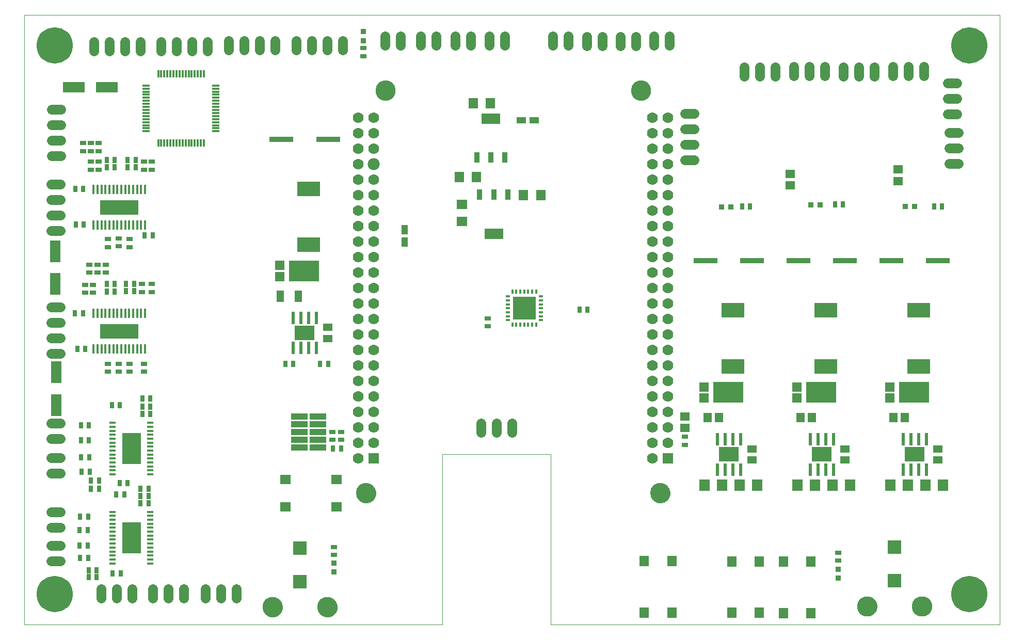
<source format=gbs>
G75*
%MOIN*%
%OFA0B0*%
%FSLAX25Y25*%
%IPPOS*%
%LPD*%
%AMOC8*
5,1,8,0,0,1.08239X$1,22.5*
%
%ADD10C,0.00000*%
%ADD11R,0.07000X0.07000*%
%ADD12C,0.07000*%
%ADD13C,0.07800*%
%ADD14C,0.12900*%
%ADD15R,0.05912X0.06699*%
%ADD16R,0.06699X0.05912*%
%ADD17C,0.06400*%
%ADD18R,0.04337X0.06306*%
%ADD19R,0.03700X0.06700*%
%ADD20R,0.12300X0.06700*%
%ADD21R,0.05912X0.06700*%
%ADD22R,0.03156X0.03943*%
%ADD23R,0.03943X0.03156*%
%ADD24R,0.06306X0.05518*%
%ADD25C,0.23400*%
%ADD26R,0.06100X0.04800*%
%ADD27R,0.15600X0.03500*%
%ADD28R,0.05518X0.06306*%
%ADD29R,0.05900X0.05900*%
%ADD30R,0.19500X0.13600*%
%ADD31R,0.03550X0.03550*%
%ADD32R,0.06699X0.07498*%
%ADD33R,0.02200X0.08200*%
%ADD34R,0.12600X0.09800*%
%ADD35R,0.14573X0.09455*%
%ADD36R,0.01433X0.02789*%
%ADD37R,0.02789X0.01433*%
%ADD38R,0.01433X0.02789*%
%ADD39R,0.14638X0.14638*%
%ADD40R,0.08668X0.08668*%
%ADD41C,0.12998*%
%ADD42R,0.06306X0.04337*%
%ADD43R,0.04337X0.01778*%
%ADD44R,0.12211X0.20085*%
%ADD45R,0.01800X0.06200*%
%ADD46R,0.24700X0.09800*%
%ADD47R,0.14180X0.06699*%
%ADD48R,0.06699X0.14180*%
%ADD49R,0.05124X0.01581*%
%ADD50R,0.01581X0.05124*%
%ADD51R,0.04800X0.07500*%
%ADD52R,0.06700X0.05912*%
%ADD53R,0.10900X0.03900*%
D10*
X0034894Y0034921D02*
X0034894Y0428622D01*
X0664815Y0428622D01*
X0664815Y0034921D01*
X0374894Y0034921D01*
X0374894Y0144921D01*
X0304894Y0144921D01*
X0304894Y0034921D01*
X0034894Y0034921D01*
X0188831Y0046339D02*
X0188833Y0046497D01*
X0188839Y0046655D01*
X0188849Y0046813D01*
X0188863Y0046971D01*
X0188881Y0047128D01*
X0188902Y0047285D01*
X0188928Y0047441D01*
X0188958Y0047597D01*
X0188991Y0047752D01*
X0189029Y0047905D01*
X0189070Y0048058D01*
X0189115Y0048210D01*
X0189164Y0048361D01*
X0189217Y0048510D01*
X0189273Y0048658D01*
X0189333Y0048804D01*
X0189397Y0048949D01*
X0189465Y0049092D01*
X0189536Y0049234D01*
X0189610Y0049374D01*
X0189688Y0049511D01*
X0189770Y0049647D01*
X0189854Y0049781D01*
X0189943Y0049912D01*
X0190034Y0050041D01*
X0190129Y0050168D01*
X0190226Y0050293D01*
X0190327Y0050415D01*
X0190431Y0050534D01*
X0190538Y0050651D01*
X0190648Y0050765D01*
X0190761Y0050876D01*
X0190876Y0050985D01*
X0190994Y0051090D01*
X0191115Y0051192D01*
X0191238Y0051292D01*
X0191364Y0051388D01*
X0191492Y0051481D01*
X0191622Y0051571D01*
X0191755Y0051657D01*
X0191890Y0051741D01*
X0192026Y0051820D01*
X0192165Y0051897D01*
X0192306Y0051969D01*
X0192448Y0052039D01*
X0192592Y0052104D01*
X0192738Y0052166D01*
X0192885Y0052224D01*
X0193034Y0052279D01*
X0193184Y0052330D01*
X0193335Y0052377D01*
X0193487Y0052420D01*
X0193640Y0052459D01*
X0193795Y0052495D01*
X0193950Y0052526D01*
X0194106Y0052554D01*
X0194262Y0052578D01*
X0194419Y0052598D01*
X0194577Y0052614D01*
X0194734Y0052626D01*
X0194893Y0052634D01*
X0195051Y0052638D01*
X0195209Y0052638D01*
X0195367Y0052634D01*
X0195526Y0052626D01*
X0195683Y0052614D01*
X0195841Y0052598D01*
X0195998Y0052578D01*
X0196154Y0052554D01*
X0196310Y0052526D01*
X0196465Y0052495D01*
X0196620Y0052459D01*
X0196773Y0052420D01*
X0196925Y0052377D01*
X0197076Y0052330D01*
X0197226Y0052279D01*
X0197375Y0052224D01*
X0197522Y0052166D01*
X0197668Y0052104D01*
X0197812Y0052039D01*
X0197954Y0051969D01*
X0198095Y0051897D01*
X0198234Y0051820D01*
X0198370Y0051741D01*
X0198505Y0051657D01*
X0198638Y0051571D01*
X0198768Y0051481D01*
X0198896Y0051388D01*
X0199022Y0051292D01*
X0199145Y0051192D01*
X0199266Y0051090D01*
X0199384Y0050985D01*
X0199499Y0050876D01*
X0199612Y0050765D01*
X0199722Y0050651D01*
X0199829Y0050534D01*
X0199933Y0050415D01*
X0200034Y0050293D01*
X0200131Y0050168D01*
X0200226Y0050041D01*
X0200317Y0049912D01*
X0200406Y0049781D01*
X0200490Y0049647D01*
X0200572Y0049511D01*
X0200650Y0049374D01*
X0200724Y0049234D01*
X0200795Y0049092D01*
X0200863Y0048949D01*
X0200927Y0048804D01*
X0200987Y0048658D01*
X0201043Y0048510D01*
X0201096Y0048361D01*
X0201145Y0048210D01*
X0201190Y0048058D01*
X0201231Y0047905D01*
X0201269Y0047752D01*
X0201302Y0047597D01*
X0201332Y0047441D01*
X0201358Y0047285D01*
X0201379Y0047128D01*
X0201397Y0046971D01*
X0201411Y0046813D01*
X0201421Y0046655D01*
X0201427Y0046497D01*
X0201429Y0046339D01*
X0201427Y0046181D01*
X0201421Y0046023D01*
X0201411Y0045865D01*
X0201397Y0045707D01*
X0201379Y0045550D01*
X0201358Y0045393D01*
X0201332Y0045237D01*
X0201302Y0045081D01*
X0201269Y0044926D01*
X0201231Y0044773D01*
X0201190Y0044620D01*
X0201145Y0044468D01*
X0201096Y0044317D01*
X0201043Y0044168D01*
X0200987Y0044020D01*
X0200927Y0043874D01*
X0200863Y0043729D01*
X0200795Y0043586D01*
X0200724Y0043444D01*
X0200650Y0043304D01*
X0200572Y0043167D01*
X0200490Y0043031D01*
X0200406Y0042897D01*
X0200317Y0042766D01*
X0200226Y0042637D01*
X0200131Y0042510D01*
X0200034Y0042385D01*
X0199933Y0042263D01*
X0199829Y0042144D01*
X0199722Y0042027D01*
X0199612Y0041913D01*
X0199499Y0041802D01*
X0199384Y0041693D01*
X0199266Y0041588D01*
X0199145Y0041486D01*
X0199022Y0041386D01*
X0198896Y0041290D01*
X0198768Y0041197D01*
X0198638Y0041107D01*
X0198505Y0041021D01*
X0198370Y0040937D01*
X0198234Y0040858D01*
X0198095Y0040781D01*
X0197954Y0040709D01*
X0197812Y0040639D01*
X0197668Y0040574D01*
X0197522Y0040512D01*
X0197375Y0040454D01*
X0197226Y0040399D01*
X0197076Y0040348D01*
X0196925Y0040301D01*
X0196773Y0040258D01*
X0196620Y0040219D01*
X0196465Y0040183D01*
X0196310Y0040152D01*
X0196154Y0040124D01*
X0195998Y0040100D01*
X0195841Y0040080D01*
X0195683Y0040064D01*
X0195526Y0040052D01*
X0195367Y0040044D01*
X0195209Y0040040D01*
X0195051Y0040040D01*
X0194893Y0040044D01*
X0194734Y0040052D01*
X0194577Y0040064D01*
X0194419Y0040080D01*
X0194262Y0040100D01*
X0194106Y0040124D01*
X0193950Y0040152D01*
X0193795Y0040183D01*
X0193640Y0040219D01*
X0193487Y0040258D01*
X0193335Y0040301D01*
X0193184Y0040348D01*
X0193034Y0040399D01*
X0192885Y0040454D01*
X0192738Y0040512D01*
X0192592Y0040574D01*
X0192448Y0040639D01*
X0192306Y0040709D01*
X0192165Y0040781D01*
X0192026Y0040858D01*
X0191890Y0040937D01*
X0191755Y0041021D01*
X0191622Y0041107D01*
X0191492Y0041197D01*
X0191364Y0041290D01*
X0191238Y0041386D01*
X0191115Y0041486D01*
X0190994Y0041588D01*
X0190876Y0041693D01*
X0190761Y0041802D01*
X0190648Y0041913D01*
X0190538Y0042027D01*
X0190431Y0042144D01*
X0190327Y0042263D01*
X0190226Y0042385D01*
X0190129Y0042510D01*
X0190034Y0042637D01*
X0189943Y0042766D01*
X0189854Y0042897D01*
X0189770Y0043031D01*
X0189688Y0043167D01*
X0189610Y0043304D01*
X0189536Y0043444D01*
X0189465Y0043586D01*
X0189397Y0043729D01*
X0189333Y0043874D01*
X0189273Y0044020D01*
X0189217Y0044168D01*
X0189164Y0044317D01*
X0189115Y0044468D01*
X0189070Y0044620D01*
X0189029Y0044773D01*
X0188991Y0044926D01*
X0188958Y0045081D01*
X0188928Y0045237D01*
X0188902Y0045393D01*
X0188881Y0045550D01*
X0188863Y0045707D01*
X0188849Y0045865D01*
X0188839Y0046023D01*
X0188833Y0046181D01*
X0188831Y0046339D01*
X0224264Y0046339D02*
X0224266Y0046497D01*
X0224272Y0046655D01*
X0224282Y0046813D01*
X0224296Y0046971D01*
X0224314Y0047128D01*
X0224335Y0047285D01*
X0224361Y0047441D01*
X0224391Y0047597D01*
X0224424Y0047752D01*
X0224462Y0047905D01*
X0224503Y0048058D01*
X0224548Y0048210D01*
X0224597Y0048361D01*
X0224650Y0048510D01*
X0224706Y0048658D01*
X0224766Y0048804D01*
X0224830Y0048949D01*
X0224898Y0049092D01*
X0224969Y0049234D01*
X0225043Y0049374D01*
X0225121Y0049511D01*
X0225203Y0049647D01*
X0225287Y0049781D01*
X0225376Y0049912D01*
X0225467Y0050041D01*
X0225562Y0050168D01*
X0225659Y0050293D01*
X0225760Y0050415D01*
X0225864Y0050534D01*
X0225971Y0050651D01*
X0226081Y0050765D01*
X0226194Y0050876D01*
X0226309Y0050985D01*
X0226427Y0051090D01*
X0226548Y0051192D01*
X0226671Y0051292D01*
X0226797Y0051388D01*
X0226925Y0051481D01*
X0227055Y0051571D01*
X0227188Y0051657D01*
X0227323Y0051741D01*
X0227459Y0051820D01*
X0227598Y0051897D01*
X0227739Y0051969D01*
X0227881Y0052039D01*
X0228025Y0052104D01*
X0228171Y0052166D01*
X0228318Y0052224D01*
X0228467Y0052279D01*
X0228617Y0052330D01*
X0228768Y0052377D01*
X0228920Y0052420D01*
X0229073Y0052459D01*
X0229228Y0052495D01*
X0229383Y0052526D01*
X0229539Y0052554D01*
X0229695Y0052578D01*
X0229852Y0052598D01*
X0230010Y0052614D01*
X0230167Y0052626D01*
X0230326Y0052634D01*
X0230484Y0052638D01*
X0230642Y0052638D01*
X0230800Y0052634D01*
X0230959Y0052626D01*
X0231116Y0052614D01*
X0231274Y0052598D01*
X0231431Y0052578D01*
X0231587Y0052554D01*
X0231743Y0052526D01*
X0231898Y0052495D01*
X0232053Y0052459D01*
X0232206Y0052420D01*
X0232358Y0052377D01*
X0232509Y0052330D01*
X0232659Y0052279D01*
X0232808Y0052224D01*
X0232955Y0052166D01*
X0233101Y0052104D01*
X0233245Y0052039D01*
X0233387Y0051969D01*
X0233528Y0051897D01*
X0233667Y0051820D01*
X0233803Y0051741D01*
X0233938Y0051657D01*
X0234071Y0051571D01*
X0234201Y0051481D01*
X0234329Y0051388D01*
X0234455Y0051292D01*
X0234578Y0051192D01*
X0234699Y0051090D01*
X0234817Y0050985D01*
X0234932Y0050876D01*
X0235045Y0050765D01*
X0235155Y0050651D01*
X0235262Y0050534D01*
X0235366Y0050415D01*
X0235467Y0050293D01*
X0235564Y0050168D01*
X0235659Y0050041D01*
X0235750Y0049912D01*
X0235839Y0049781D01*
X0235923Y0049647D01*
X0236005Y0049511D01*
X0236083Y0049374D01*
X0236157Y0049234D01*
X0236228Y0049092D01*
X0236296Y0048949D01*
X0236360Y0048804D01*
X0236420Y0048658D01*
X0236476Y0048510D01*
X0236529Y0048361D01*
X0236578Y0048210D01*
X0236623Y0048058D01*
X0236664Y0047905D01*
X0236702Y0047752D01*
X0236735Y0047597D01*
X0236765Y0047441D01*
X0236791Y0047285D01*
X0236812Y0047128D01*
X0236830Y0046971D01*
X0236844Y0046813D01*
X0236854Y0046655D01*
X0236860Y0046497D01*
X0236862Y0046339D01*
X0236860Y0046181D01*
X0236854Y0046023D01*
X0236844Y0045865D01*
X0236830Y0045707D01*
X0236812Y0045550D01*
X0236791Y0045393D01*
X0236765Y0045237D01*
X0236735Y0045081D01*
X0236702Y0044926D01*
X0236664Y0044773D01*
X0236623Y0044620D01*
X0236578Y0044468D01*
X0236529Y0044317D01*
X0236476Y0044168D01*
X0236420Y0044020D01*
X0236360Y0043874D01*
X0236296Y0043729D01*
X0236228Y0043586D01*
X0236157Y0043444D01*
X0236083Y0043304D01*
X0236005Y0043167D01*
X0235923Y0043031D01*
X0235839Y0042897D01*
X0235750Y0042766D01*
X0235659Y0042637D01*
X0235564Y0042510D01*
X0235467Y0042385D01*
X0235366Y0042263D01*
X0235262Y0042144D01*
X0235155Y0042027D01*
X0235045Y0041913D01*
X0234932Y0041802D01*
X0234817Y0041693D01*
X0234699Y0041588D01*
X0234578Y0041486D01*
X0234455Y0041386D01*
X0234329Y0041290D01*
X0234201Y0041197D01*
X0234071Y0041107D01*
X0233938Y0041021D01*
X0233803Y0040937D01*
X0233667Y0040858D01*
X0233528Y0040781D01*
X0233387Y0040709D01*
X0233245Y0040639D01*
X0233101Y0040574D01*
X0232955Y0040512D01*
X0232808Y0040454D01*
X0232659Y0040399D01*
X0232509Y0040348D01*
X0232358Y0040301D01*
X0232206Y0040258D01*
X0232053Y0040219D01*
X0231898Y0040183D01*
X0231743Y0040152D01*
X0231587Y0040124D01*
X0231431Y0040100D01*
X0231274Y0040080D01*
X0231116Y0040064D01*
X0230959Y0040052D01*
X0230800Y0040044D01*
X0230642Y0040040D01*
X0230484Y0040040D01*
X0230326Y0040044D01*
X0230167Y0040052D01*
X0230010Y0040064D01*
X0229852Y0040080D01*
X0229695Y0040100D01*
X0229539Y0040124D01*
X0229383Y0040152D01*
X0229228Y0040183D01*
X0229073Y0040219D01*
X0228920Y0040258D01*
X0228768Y0040301D01*
X0228617Y0040348D01*
X0228467Y0040399D01*
X0228318Y0040454D01*
X0228171Y0040512D01*
X0228025Y0040574D01*
X0227881Y0040639D01*
X0227739Y0040709D01*
X0227598Y0040781D01*
X0227459Y0040858D01*
X0227323Y0040937D01*
X0227188Y0041021D01*
X0227055Y0041107D01*
X0226925Y0041197D01*
X0226797Y0041290D01*
X0226671Y0041386D01*
X0226548Y0041486D01*
X0226427Y0041588D01*
X0226309Y0041693D01*
X0226194Y0041802D01*
X0226081Y0041913D01*
X0225971Y0042027D01*
X0225864Y0042144D01*
X0225760Y0042263D01*
X0225659Y0042385D01*
X0225562Y0042510D01*
X0225467Y0042637D01*
X0225376Y0042766D01*
X0225287Y0042897D01*
X0225203Y0043031D01*
X0225121Y0043167D01*
X0225043Y0043304D01*
X0224969Y0043444D01*
X0224898Y0043586D01*
X0224830Y0043729D01*
X0224766Y0043874D01*
X0224706Y0044020D01*
X0224650Y0044168D01*
X0224597Y0044317D01*
X0224548Y0044468D01*
X0224503Y0044620D01*
X0224462Y0044773D01*
X0224424Y0044926D01*
X0224391Y0045081D01*
X0224361Y0045237D01*
X0224335Y0045393D01*
X0224314Y0045550D01*
X0224296Y0045707D01*
X0224282Y0045865D01*
X0224272Y0046023D01*
X0224266Y0046181D01*
X0224264Y0046339D01*
X0249254Y0119921D02*
X0249256Y0120079D01*
X0249262Y0120236D01*
X0249272Y0120394D01*
X0249286Y0120551D01*
X0249304Y0120707D01*
X0249325Y0120864D01*
X0249351Y0121019D01*
X0249381Y0121174D01*
X0249414Y0121328D01*
X0249452Y0121481D01*
X0249493Y0121634D01*
X0249538Y0121785D01*
X0249587Y0121935D01*
X0249640Y0122083D01*
X0249696Y0122231D01*
X0249757Y0122376D01*
X0249820Y0122521D01*
X0249888Y0122663D01*
X0249959Y0122804D01*
X0250033Y0122943D01*
X0250111Y0123080D01*
X0250193Y0123215D01*
X0250277Y0123348D01*
X0250366Y0123479D01*
X0250457Y0123607D01*
X0250552Y0123734D01*
X0250649Y0123857D01*
X0250750Y0123979D01*
X0250854Y0124097D01*
X0250961Y0124213D01*
X0251071Y0124326D01*
X0251183Y0124437D01*
X0251299Y0124544D01*
X0251417Y0124649D01*
X0251537Y0124751D01*
X0251660Y0124849D01*
X0251786Y0124945D01*
X0251914Y0125037D01*
X0252044Y0125126D01*
X0252176Y0125212D01*
X0252311Y0125294D01*
X0252448Y0125373D01*
X0252586Y0125448D01*
X0252726Y0125520D01*
X0252869Y0125588D01*
X0253012Y0125653D01*
X0253158Y0125714D01*
X0253305Y0125771D01*
X0253453Y0125825D01*
X0253603Y0125875D01*
X0253753Y0125921D01*
X0253905Y0125963D01*
X0254058Y0126002D01*
X0254212Y0126036D01*
X0254367Y0126067D01*
X0254522Y0126093D01*
X0254678Y0126116D01*
X0254835Y0126135D01*
X0254992Y0126150D01*
X0255149Y0126161D01*
X0255307Y0126168D01*
X0255465Y0126171D01*
X0255622Y0126170D01*
X0255780Y0126165D01*
X0255937Y0126156D01*
X0256095Y0126143D01*
X0256251Y0126126D01*
X0256408Y0126105D01*
X0256563Y0126081D01*
X0256718Y0126052D01*
X0256873Y0126019D01*
X0257026Y0125983D01*
X0257179Y0125942D01*
X0257330Y0125898D01*
X0257480Y0125850D01*
X0257629Y0125799D01*
X0257777Y0125743D01*
X0257923Y0125684D01*
X0258068Y0125621D01*
X0258211Y0125554D01*
X0258352Y0125484D01*
X0258491Y0125411D01*
X0258629Y0125334D01*
X0258765Y0125253D01*
X0258898Y0125169D01*
X0259029Y0125082D01*
X0259158Y0124991D01*
X0259285Y0124897D01*
X0259410Y0124800D01*
X0259531Y0124700D01*
X0259651Y0124597D01*
X0259767Y0124491D01*
X0259881Y0124382D01*
X0259993Y0124270D01*
X0260101Y0124156D01*
X0260206Y0124038D01*
X0260309Y0123918D01*
X0260408Y0123796D01*
X0260504Y0123671D01*
X0260597Y0123543D01*
X0260687Y0123414D01*
X0260773Y0123282D01*
X0260857Y0123148D01*
X0260936Y0123012D01*
X0261013Y0122874D01*
X0261085Y0122734D01*
X0261154Y0122592D01*
X0261220Y0122449D01*
X0261282Y0122304D01*
X0261340Y0122157D01*
X0261395Y0122009D01*
X0261446Y0121860D01*
X0261493Y0121709D01*
X0261536Y0121558D01*
X0261575Y0121405D01*
X0261611Y0121251D01*
X0261642Y0121097D01*
X0261670Y0120942D01*
X0261694Y0120786D01*
X0261714Y0120629D01*
X0261730Y0120472D01*
X0261742Y0120315D01*
X0261750Y0120158D01*
X0261754Y0120000D01*
X0261754Y0119842D01*
X0261750Y0119684D01*
X0261742Y0119527D01*
X0261730Y0119370D01*
X0261714Y0119213D01*
X0261694Y0119056D01*
X0261670Y0118900D01*
X0261642Y0118745D01*
X0261611Y0118591D01*
X0261575Y0118437D01*
X0261536Y0118284D01*
X0261493Y0118133D01*
X0261446Y0117982D01*
X0261395Y0117833D01*
X0261340Y0117685D01*
X0261282Y0117538D01*
X0261220Y0117393D01*
X0261154Y0117250D01*
X0261085Y0117108D01*
X0261013Y0116968D01*
X0260936Y0116830D01*
X0260857Y0116694D01*
X0260773Y0116560D01*
X0260687Y0116428D01*
X0260597Y0116299D01*
X0260504Y0116171D01*
X0260408Y0116046D01*
X0260309Y0115924D01*
X0260206Y0115804D01*
X0260101Y0115686D01*
X0259993Y0115572D01*
X0259881Y0115460D01*
X0259767Y0115351D01*
X0259651Y0115245D01*
X0259531Y0115142D01*
X0259410Y0115042D01*
X0259285Y0114945D01*
X0259158Y0114851D01*
X0259029Y0114760D01*
X0258898Y0114673D01*
X0258765Y0114589D01*
X0258629Y0114508D01*
X0258491Y0114431D01*
X0258352Y0114358D01*
X0258211Y0114288D01*
X0258068Y0114221D01*
X0257923Y0114158D01*
X0257777Y0114099D01*
X0257629Y0114043D01*
X0257480Y0113992D01*
X0257330Y0113944D01*
X0257179Y0113900D01*
X0257026Y0113859D01*
X0256873Y0113823D01*
X0256718Y0113790D01*
X0256563Y0113761D01*
X0256408Y0113737D01*
X0256251Y0113716D01*
X0256095Y0113699D01*
X0255937Y0113686D01*
X0255780Y0113677D01*
X0255622Y0113672D01*
X0255465Y0113671D01*
X0255307Y0113674D01*
X0255149Y0113681D01*
X0254992Y0113692D01*
X0254835Y0113707D01*
X0254678Y0113726D01*
X0254522Y0113749D01*
X0254367Y0113775D01*
X0254212Y0113806D01*
X0254058Y0113840D01*
X0253905Y0113879D01*
X0253753Y0113921D01*
X0253603Y0113967D01*
X0253453Y0114017D01*
X0253305Y0114071D01*
X0253158Y0114128D01*
X0253012Y0114189D01*
X0252869Y0114254D01*
X0252726Y0114322D01*
X0252586Y0114394D01*
X0252448Y0114469D01*
X0252311Y0114548D01*
X0252176Y0114630D01*
X0252044Y0114716D01*
X0251914Y0114805D01*
X0251786Y0114897D01*
X0251660Y0114993D01*
X0251537Y0115091D01*
X0251417Y0115193D01*
X0251299Y0115298D01*
X0251183Y0115405D01*
X0251071Y0115516D01*
X0250961Y0115629D01*
X0250854Y0115745D01*
X0250750Y0115863D01*
X0250649Y0115985D01*
X0250552Y0116108D01*
X0250457Y0116235D01*
X0250366Y0116363D01*
X0250277Y0116494D01*
X0250193Y0116627D01*
X0250111Y0116762D01*
X0250033Y0116899D01*
X0249959Y0117038D01*
X0249888Y0117179D01*
X0249820Y0117321D01*
X0249757Y0117466D01*
X0249696Y0117611D01*
X0249640Y0117759D01*
X0249587Y0117907D01*
X0249538Y0118057D01*
X0249493Y0118208D01*
X0249452Y0118361D01*
X0249414Y0118514D01*
X0249381Y0118668D01*
X0249351Y0118823D01*
X0249325Y0118978D01*
X0249304Y0119135D01*
X0249286Y0119291D01*
X0249272Y0119448D01*
X0249262Y0119606D01*
X0249256Y0119763D01*
X0249254Y0119921D01*
X0439254Y0119921D02*
X0439256Y0120079D01*
X0439262Y0120236D01*
X0439272Y0120394D01*
X0439286Y0120551D01*
X0439304Y0120707D01*
X0439325Y0120864D01*
X0439351Y0121019D01*
X0439381Y0121174D01*
X0439414Y0121328D01*
X0439452Y0121481D01*
X0439493Y0121634D01*
X0439538Y0121785D01*
X0439587Y0121935D01*
X0439640Y0122083D01*
X0439696Y0122231D01*
X0439757Y0122376D01*
X0439820Y0122521D01*
X0439888Y0122663D01*
X0439959Y0122804D01*
X0440033Y0122943D01*
X0440111Y0123080D01*
X0440193Y0123215D01*
X0440277Y0123348D01*
X0440366Y0123479D01*
X0440457Y0123607D01*
X0440552Y0123734D01*
X0440649Y0123857D01*
X0440750Y0123979D01*
X0440854Y0124097D01*
X0440961Y0124213D01*
X0441071Y0124326D01*
X0441183Y0124437D01*
X0441299Y0124544D01*
X0441417Y0124649D01*
X0441537Y0124751D01*
X0441660Y0124849D01*
X0441786Y0124945D01*
X0441914Y0125037D01*
X0442044Y0125126D01*
X0442176Y0125212D01*
X0442311Y0125294D01*
X0442448Y0125373D01*
X0442586Y0125448D01*
X0442726Y0125520D01*
X0442869Y0125588D01*
X0443012Y0125653D01*
X0443158Y0125714D01*
X0443305Y0125771D01*
X0443453Y0125825D01*
X0443603Y0125875D01*
X0443753Y0125921D01*
X0443905Y0125963D01*
X0444058Y0126002D01*
X0444212Y0126036D01*
X0444367Y0126067D01*
X0444522Y0126093D01*
X0444678Y0126116D01*
X0444835Y0126135D01*
X0444992Y0126150D01*
X0445149Y0126161D01*
X0445307Y0126168D01*
X0445465Y0126171D01*
X0445622Y0126170D01*
X0445780Y0126165D01*
X0445937Y0126156D01*
X0446095Y0126143D01*
X0446251Y0126126D01*
X0446408Y0126105D01*
X0446563Y0126081D01*
X0446718Y0126052D01*
X0446873Y0126019D01*
X0447026Y0125983D01*
X0447179Y0125942D01*
X0447330Y0125898D01*
X0447480Y0125850D01*
X0447629Y0125799D01*
X0447777Y0125743D01*
X0447923Y0125684D01*
X0448068Y0125621D01*
X0448211Y0125554D01*
X0448352Y0125484D01*
X0448491Y0125411D01*
X0448629Y0125334D01*
X0448765Y0125253D01*
X0448898Y0125169D01*
X0449029Y0125082D01*
X0449158Y0124991D01*
X0449285Y0124897D01*
X0449410Y0124800D01*
X0449531Y0124700D01*
X0449651Y0124597D01*
X0449767Y0124491D01*
X0449881Y0124382D01*
X0449993Y0124270D01*
X0450101Y0124156D01*
X0450206Y0124038D01*
X0450309Y0123918D01*
X0450408Y0123796D01*
X0450504Y0123671D01*
X0450597Y0123543D01*
X0450687Y0123414D01*
X0450773Y0123282D01*
X0450857Y0123148D01*
X0450936Y0123012D01*
X0451013Y0122874D01*
X0451085Y0122734D01*
X0451154Y0122592D01*
X0451220Y0122449D01*
X0451282Y0122304D01*
X0451340Y0122157D01*
X0451395Y0122009D01*
X0451446Y0121860D01*
X0451493Y0121709D01*
X0451536Y0121558D01*
X0451575Y0121405D01*
X0451611Y0121251D01*
X0451642Y0121097D01*
X0451670Y0120942D01*
X0451694Y0120786D01*
X0451714Y0120629D01*
X0451730Y0120472D01*
X0451742Y0120315D01*
X0451750Y0120158D01*
X0451754Y0120000D01*
X0451754Y0119842D01*
X0451750Y0119684D01*
X0451742Y0119527D01*
X0451730Y0119370D01*
X0451714Y0119213D01*
X0451694Y0119056D01*
X0451670Y0118900D01*
X0451642Y0118745D01*
X0451611Y0118591D01*
X0451575Y0118437D01*
X0451536Y0118284D01*
X0451493Y0118133D01*
X0451446Y0117982D01*
X0451395Y0117833D01*
X0451340Y0117685D01*
X0451282Y0117538D01*
X0451220Y0117393D01*
X0451154Y0117250D01*
X0451085Y0117108D01*
X0451013Y0116968D01*
X0450936Y0116830D01*
X0450857Y0116694D01*
X0450773Y0116560D01*
X0450687Y0116428D01*
X0450597Y0116299D01*
X0450504Y0116171D01*
X0450408Y0116046D01*
X0450309Y0115924D01*
X0450206Y0115804D01*
X0450101Y0115686D01*
X0449993Y0115572D01*
X0449881Y0115460D01*
X0449767Y0115351D01*
X0449651Y0115245D01*
X0449531Y0115142D01*
X0449410Y0115042D01*
X0449285Y0114945D01*
X0449158Y0114851D01*
X0449029Y0114760D01*
X0448898Y0114673D01*
X0448765Y0114589D01*
X0448629Y0114508D01*
X0448491Y0114431D01*
X0448352Y0114358D01*
X0448211Y0114288D01*
X0448068Y0114221D01*
X0447923Y0114158D01*
X0447777Y0114099D01*
X0447629Y0114043D01*
X0447480Y0113992D01*
X0447330Y0113944D01*
X0447179Y0113900D01*
X0447026Y0113859D01*
X0446873Y0113823D01*
X0446718Y0113790D01*
X0446563Y0113761D01*
X0446408Y0113737D01*
X0446251Y0113716D01*
X0446095Y0113699D01*
X0445937Y0113686D01*
X0445780Y0113677D01*
X0445622Y0113672D01*
X0445465Y0113671D01*
X0445307Y0113674D01*
X0445149Y0113681D01*
X0444992Y0113692D01*
X0444835Y0113707D01*
X0444678Y0113726D01*
X0444522Y0113749D01*
X0444367Y0113775D01*
X0444212Y0113806D01*
X0444058Y0113840D01*
X0443905Y0113879D01*
X0443753Y0113921D01*
X0443603Y0113967D01*
X0443453Y0114017D01*
X0443305Y0114071D01*
X0443158Y0114128D01*
X0443012Y0114189D01*
X0442869Y0114254D01*
X0442726Y0114322D01*
X0442586Y0114394D01*
X0442448Y0114469D01*
X0442311Y0114548D01*
X0442176Y0114630D01*
X0442044Y0114716D01*
X0441914Y0114805D01*
X0441786Y0114897D01*
X0441660Y0114993D01*
X0441537Y0115091D01*
X0441417Y0115193D01*
X0441299Y0115298D01*
X0441183Y0115405D01*
X0441071Y0115516D01*
X0440961Y0115629D01*
X0440854Y0115745D01*
X0440750Y0115863D01*
X0440649Y0115985D01*
X0440552Y0116108D01*
X0440457Y0116235D01*
X0440366Y0116363D01*
X0440277Y0116494D01*
X0440193Y0116627D01*
X0440111Y0116762D01*
X0440033Y0116899D01*
X0439959Y0117038D01*
X0439888Y0117179D01*
X0439820Y0117321D01*
X0439757Y0117466D01*
X0439696Y0117611D01*
X0439640Y0117759D01*
X0439587Y0117907D01*
X0439538Y0118057D01*
X0439493Y0118208D01*
X0439452Y0118361D01*
X0439414Y0118514D01*
X0439381Y0118668D01*
X0439351Y0118823D01*
X0439325Y0118978D01*
X0439304Y0119135D01*
X0439286Y0119291D01*
X0439272Y0119448D01*
X0439262Y0119606D01*
X0439256Y0119763D01*
X0439254Y0119921D01*
X0572847Y0046890D02*
X0572849Y0047048D01*
X0572855Y0047206D01*
X0572865Y0047364D01*
X0572879Y0047522D01*
X0572897Y0047679D01*
X0572918Y0047836D01*
X0572944Y0047992D01*
X0572974Y0048148D01*
X0573007Y0048303D01*
X0573045Y0048456D01*
X0573086Y0048609D01*
X0573131Y0048761D01*
X0573180Y0048912D01*
X0573233Y0049061D01*
X0573289Y0049209D01*
X0573349Y0049355D01*
X0573413Y0049500D01*
X0573481Y0049643D01*
X0573552Y0049785D01*
X0573626Y0049925D01*
X0573704Y0050062D01*
X0573786Y0050198D01*
X0573870Y0050332D01*
X0573959Y0050463D01*
X0574050Y0050592D01*
X0574145Y0050719D01*
X0574242Y0050844D01*
X0574343Y0050966D01*
X0574447Y0051085D01*
X0574554Y0051202D01*
X0574664Y0051316D01*
X0574777Y0051427D01*
X0574892Y0051536D01*
X0575010Y0051641D01*
X0575131Y0051743D01*
X0575254Y0051843D01*
X0575380Y0051939D01*
X0575508Y0052032D01*
X0575638Y0052122D01*
X0575771Y0052208D01*
X0575906Y0052292D01*
X0576042Y0052371D01*
X0576181Y0052448D01*
X0576322Y0052520D01*
X0576464Y0052590D01*
X0576608Y0052655D01*
X0576754Y0052717D01*
X0576901Y0052775D01*
X0577050Y0052830D01*
X0577200Y0052881D01*
X0577351Y0052928D01*
X0577503Y0052971D01*
X0577656Y0053010D01*
X0577811Y0053046D01*
X0577966Y0053077D01*
X0578122Y0053105D01*
X0578278Y0053129D01*
X0578435Y0053149D01*
X0578593Y0053165D01*
X0578750Y0053177D01*
X0578909Y0053185D01*
X0579067Y0053189D01*
X0579225Y0053189D01*
X0579383Y0053185D01*
X0579542Y0053177D01*
X0579699Y0053165D01*
X0579857Y0053149D01*
X0580014Y0053129D01*
X0580170Y0053105D01*
X0580326Y0053077D01*
X0580481Y0053046D01*
X0580636Y0053010D01*
X0580789Y0052971D01*
X0580941Y0052928D01*
X0581092Y0052881D01*
X0581242Y0052830D01*
X0581391Y0052775D01*
X0581538Y0052717D01*
X0581684Y0052655D01*
X0581828Y0052590D01*
X0581970Y0052520D01*
X0582111Y0052448D01*
X0582250Y0052371D01*
X0582386Y0052292D01*
X0582521Y0052208D01*
X0582654Y0052122D01*
X0582784Y0052032D01*
X0582912Y0051939D01*
X0583038Y0051843D01*
X0583161Y0051743D01*
X0583282Y0051641D01*
X0583400Y0051536D01*
X0583515Y0051427D01*
X0583628Y0051316D01*
X0583738Y0051202D01*
X0583845Y0051085D01*
X0583949Y0050966D01*
X0584050Y0050844D01*
X0584147Y0050719D01*
X0584242Y0050592D01*
X0584333Y0050463D01*
X0584422Y0050332D01*
X0584506Y0050198D01*
X0584588Y0050062D01*
X0584666Y0049925D01*
X0584740Y0049785D01*
X0584811Y0049643D01*
X0584879Y0049500D01*
X0584943Y0049355D01*
X0585003Y0049209D01*
X0585059Y0049061D01*
X0585112Y0048912D01*
X0585161Y0048761D01*
X0585206Y0048609D01*
X0585247Y0048456D01*
X0585285Y0048303D01*
X0585318Y0048148D01*
X0585348Y0047992D01*
X0585374Y0047836D01*
X0585395Y0047679D01*
X0585413Y0047522D01*
X0585427Y0047364D01*
X0585437Y0047206D01*
X0585443Y0047048D01*
X0585445Y0046890D01*
X0585443Y0046732D01*
X0585437Y0046574D01*
X0585427Y0046416D01*
X0585413Y0046258D01*
X0585395Y0046101D01*
X0585374Y0045944D01*
X0585348Y0045788D01*
X0585318Y0045632D01*
X0585285Y0045477D01*
X0585247Y0045324D01*
X0585206Y0045171D01*
X0585161Y0045019D01*
X0585112Y0044868D01*
X0585059Y0044719D01*
X0585003Y0044571D01*
X0584943Y0044425D01*
X0584879Y0044280D01*
X0584811Y0044137D01*
X0584740Y0043995D01*
X0584666Y0043855D01*
X0584588Y0043718D01*
X0584506Y0043582D01*
X0584422Y0043448D01*
X0584333Y0043317D01*
X0584242Y0043188D01*
X0584147Y0043061D01*
X0584050Y0042936D01*
X0583949Y0042814D01*
X0583845Y0042695D01*
X0583738Y0042578D01*
X0583628Y0042464D01*
X0583515Y0042353D01*
X0583400Y0042244D01*
X0583282Y0042139D01*
X0583161Y0042037D01*
X0583038Y0041937D01*
X0582912Y0041841D01*
X0582784Y0041748D01*
X0582654Y0041658D01*
X0582521Y0041572D01*
X0582386Y0041488D01*
X0582250Y0041409D01*
X0582111Y0041332D01*
X0581970Y0041260D01*
X0581828Y0041190D01*
X0581684Y0041125D01*
X0581538Y0041063D01*
X0581391Y0041005D01*
X0581242Y0040950D01*
X0581092Y0040899D01*
X0580941Y0040852D01*
X0580789Y0040809D01*
X0580636Y0040770D01*
X0580481Y0040734D01*
X0580326Y0040703D01*
X0580170Y0040675D01*
X0580014Y0040651D01*
X0579857Y0040631D01*
X0579699Y0040615D01*
X0579542Y0040603D01*
X0579383Y0040595D01*
X0579225Y0040591D01*
X0579067Y0040591D01*
X0578909Y0040595D01*
X0578750Y0040603D01*
X0578593Y0040615D01*
X0578435Y0040631D01*
X0578278Y0040651D01*
X0578122Y0040675D01*
X0577966Y0040703D01*
X0577811Y0040734D01*
X0577656Y0040770D01*
X0577503Y0040809D01*
X0577351Y0040852D01*
X0577200Y0040899D01*
X0577050Y0040950D01*
X0576901Y0041005D01*
X0576754Y0041063D01*
X0576608Y0041125D01*
X0576464Y0041190D01*
X0576322Y0041260D01*
X0576181Y0041332D01*
X0576042Y0041409D01*
X0575906Y0041488D01*
X0575771Y0041572D01*
X0575638Y0041658D01*
X0575508Y0041748D01*
X0575380Y0041841D01*
X0575254Y0041937D01*
X0575131Y0042037D01*
X0575010Y0042139D01*
X0574892Y0042244D01*
X0574777Y0042353D01*
X0574664Y0042464D01*
X0574554Y0042578D01*
X0574447Y0042695D01*
X0574343Y0042814D01*
X0574242Y0042936D01*
X0574145Y0043061D01*
X0574050Y0043188D01*
X0573959Y0043317D01*
X0573870Y0043448D01*
X0573786Y0043582D01*
X0573704Y0043718D01*
X0573626Y0043855D01*
X0573552Y0043995D01*
X0573481Y0044137D01*
X0573413Y0044280D01*
X0573349Y0044425D01*
X0573289Y0044571D01*
X0573233Y0044719D01*
X0573180Y0044868D01*
X0573131Y0045019D01*
X0573086Y0045171D01*
X0573045Y0045324D01*
X0573007Y0045477D01*
X0572974Y0045632D01*
X0572944Y0045788D01*
X0572918Y0045944D01*
X0572897Y0046101D01*
X0572879Y0046258D01*
X0572865Y0046416D01*
X0572855Y0046574D01*
X0572849Y0046732D01*
X0572847Y0046890D01*
X0608280Y0046890D02*
X0608282Y0047048D01*
X0608288Y0047206D01*
X0608298Y0047364D01*
X0608312Y0047522D01*
X0608330Y0047679D01*
X0608351Y0047836D01*
X0608377Y0047992D01*
X0608407Y0048148D01*
X0608440Y0048303D01*
X0608478Y0048456D01*
X0608519Y0048609D01*
X0608564Y0048761D01*
X0608613Y0048912D01*
X0608666Y0049061D01*
X0608722Y0049209D01*
X0608782Y0049355D01*
X0608846Y0049500D01*
X0608914Y0049643D01*
X0608985Y0049785D01*
X0609059Y0049925D01*
X0609137Y0050062D01*
X0609219Y0050198D01*
X0609303Y0050332D01*
X0609392Y0050463D01*
X0609483Y0050592D01*
X0609578Y0050719D01*
X0609675Y0050844D01*
X0609776Y0050966D01*
X0609880Y0051085D01*
X0609987Y0051202D01*
X0610097Y0051316D01*
X0610210Y0051427D01*
X0610325Y0051536D01*
X0610443Y0051641D01*
X0610564Y0051743D01*
X0610687Y0051843D01*
X0610813Y0051939D01*
X0610941Y0052032D01*
X0611071Y0052122D01*
X0611204Y0052208D01*
X0611339Y0052292D01*
X0611475Y0052371D01*
X0611614Y0052448D01*
X0611755Y0052520D01*
X0611897Y0052590D01*
X0612041Y0052655D01*
X0612187Y0052717D01*
X0612334Y0052775D01*
X0612483Y0052830D01*
X0612633Y0052881D01*
X0612784Y0052928D01*
X0612936Y0052971D01*
X0613089Y0053010D01*
X0613244Y0053046D01*
X0613399Y0053077D01*
X0613555Y0053105D01*
X0613711Y0053129D01*
X0613868Y0053149D01*
X0614026Y0053165D01*
X0614183Y0053177D01*
X0614342Y0053185D01*
X0614500Y0053189D01*
X0614658Y0053189D01*
X0614816Y0053185D01*
X0614975Y0053177D01*
X0615132Y0053165D01*
X0615290Y0053149D01*
X0615447Y0053129D01*
X0615603Y0053105D01*
X0615759Y0053077D01*
X0615914Y0053046D01*
X0616069Y0053010D01*
X0616222Y0052971D01*
X0616374Y0052928D01*
X0616525Y0052881D01*
X0616675Y0052830D01*
X0616824Y0052775D01*
X0616971Y0052717D01*
X0617117Y0052655D01*
X0617261Y0052590D01*
X0617403Y0052520D01*
X0617544Y0052448D01*
X0617683Y0052371D01*
X0617819Y0052292D01*
X0617954Y0052208D01*
X0618087Y0052122D01*
X0618217Y0052032D01*
X0618345Y0051939D01*
X0618471Y0051843D01*
X0618594Y0051743D01*
X0618715Y0051641D01*
X0618833Y0051536D01*
X0618948Y0051427D01*
X0619061Y0051316D01*
X0619171Y0051202D01*
X0619278Y0051085D01*
X0619382Y0050966D01*
X0619483Y0050844D01*
X0619580Y0050719D01*
X0619675Y0050592D01*
X0619766Y0050463D01*
X0619855Y0050332D01*
X0619939Y0050198D01*
X0620021Y0050062D01*
X0620099Y0049925D01*
X0620173Y0049785D01*
X0620244Y0049643D01*
X0620312Y0049500D01*
X0620376Y0049355D01*
X0620436Y0049209D01*
X0620492Y0049061D01*
X0620545Y0048912D01*
X0620594Y0048761D01*
X0620639Y0048609D01*
X0620680Y0048456D01*
X0620718Y0048303D01*
X0620751Y0048148D01*
X0620781Y0047992D01*
X0620807Y0047836D01*
X0620828Y0047679D01*
X0620846Y0047522D01*
X0620860Y0047364D01*
X0620870Y0047206D01*
X0620876Y0047048D01*
X0620878Y0046890D01*
X0620876Y0046732D01*
X0620870Y0046574D01*
X0620860Y0046416D01*
X0620846Y0046258D01*
X0620828Y0046101D01*
X0620807Y0045944D01*
X0620781Y0045788D01*
X0620751Y0045632D01*
X0620718Y0045477D01*
X0620680Y0045324D01*
X0620639Y0045171D01*
X0620594Y0045019D01*
X0620545Y0044868D01*
X0620492Y0044719D01*
X0620436Y0044571D01*
X0620376Y0044425D01*
X0620312Y0044280D01*
X0620244Y0044137D01*
X0620173Y0043995D01*
X0620099Y0043855D01*
X0620021Y0043718D01*
X0619939Y0043582D01*
X0619855Y0043448D01*
X0619766Y0043317D01*
X0619675Y0043188D01*
X0619580Y0043061D01*
X0619483Y0042936D01*
X0619382Y0042814D01*
X0619278Y0042695D01*
X0619171Y0042578D01*
X0619061Y0042464D01*
X0618948Y0042353D01*
X0618833Y0042244D01*
X0618715Y0042139D01*
X0618594Y0042037D01*
X0618471Y0041937D01*
X0618345Y0041841D01*
X0618217Y0041748D01*
X0618087Y0041658D01*
X0617954Y0041572D01*
X0617819Y0041488D01*
X0617683Y0041409D01*
X0617544Y0041332D01*
X0617403Y0041260D01*
X0617261Y0041190D01*
X0617117Y0041125D01*
X0616971Y0041063D01*
X0616824Y0041005D01*
X0616675Y0040950D01*
X0616525Y0040899D01*
X0616374Y0040852D01*
X0616222Y0040809D01*
X0616069Y0040770D01*
X0615914Y0040734D01*
X0615759Y0040703D01*
X0615603Y0040675D01*
X0615447Y0040651D01*
X0615290Y0040631D01*
X0615132Y0040615D01*
X0614975Y0040603D01*
X0614816Y0040595D01*
X0614658Y0040591D01*
X0614500Y0040591D01*
X0614342Y0040595D01*
X0614183Y0040603D01*
X0614026Y0040615D01*
X0613868Y0040631D01*
X0613711Y0040651D01*
X0613555Y0040675D01*
X0613399Y0040703D01*
X0613244Y0040734D01*
X0613089Y0040770D01*
X0612936Y0040809D01*
X0612784Y0040852D01*
X0612633Y0040899D01*
X0612483Y0040950D01*
X0612334Y0041005D01*
X0612187Y0041063D01*
X0612041Y0041125D01*
X0611897Y0041190D01*
X0611755Y0041260D01*
X0611614Y0041332D01*
X0611475Y0041409D01*
X0611339Y0041488D01*
X0611204Y0041572D01*
X0611071Y0041658D01*
X0610941Y0041748D01*
X0610813Y0041841D01*
X0610687Y0041937D01*
X0610564Y0042037D01*
X0610443Y0042139D01*
X0610325Y0042244D01*
X0610210Y0042353D01*
X0610097Y0042464D01*
X0609987Y0042578D01*
X0609880Y0042695D01*
X0609776Y0042814D01*
X0609675Y0042936D01*
X0609578Y0043061D01*
X0609483Y0043188D01*
X0609392Y0043317D01*
X0609303Y0043448D01*
X0609219Y0043582D01*
X0609137Y0043718D01*
X0609059Y0043855D01*
X0608985Y0043995D01*
X0608914Y0044137D01*
X0608846Y0044280D01*
X0608782Y0044425D01*
X0608722Y0044571D01*
X0608666Y0044719D01*
X0608613Y0044868D01*
X0608564Y0045019D01*
X0608519Y0045171D01*
X0608478Y0045324D01*
X0608440Y0045477D01*
X0608407Y0045632D01*
X0608377Y0045788D01*
X0608351Y0045944D01*
X0608330Y0046101D01*
X0608312Y0046258D01*
X0608298Y0046416D01*
X0608288Y0046574D01*
X0608282Y0046732D01*
X0608280Y0046890D01*
X0426754Y0379921D02*
X0426756Y0380079D01*
X0426762Y0380236D01*
X0426772Y0380394D01*
X0426786Y0380551D01*
X0426804Y0380707D01*
X0426825Y0380864D01*
X0426851Y0381019D01*
X0426881Y0381174D01*
X0426914Y0381328D01*
X0426952Y0381481D01*
X0426993Y0381634D01*
X0427038Y0381785D01*
X0427087Y0381935D01*
X0427140Y0382083D01*
X0427196Y0382231D01*
X0427257Y0382376D01*
X0427320Y0382521D01*
X0427388Y0382663D01*
X0427459Y0382804D01*
X0427533Y0382943D01*
X0427611Y0383080D01*
X0427693Y0383215D01*
X0427777Y0383348D01*
X0427866Y0383479D01*
X0427957Y0383607D01*
X0428052Y0383734D01*
X0428149Y0383857D01*
X0428250Y0383979D01*
X0428354Y0384097D01*
X0428461Y0384213D01*
X0428571Y0384326D01*
X0428683Y0384437D01*
X0428799Y0384544D01*
X0428917Y0384649D01*
X0429037Y0384751D01*
X0429160Y0384849D01*
X0429286Y0384945D01*
X0429414Y0385037D01*
X0429544Y0385126D01*
X0429676Y0385212D01*
X0429811Y0385294D01*
X0429948Y0385373D01*
X0430086Y0385448D01*
X0430226Y0385520D01*
X0430369Y0385588D01*
X0430512Y0385653D01*
X0430658Y0385714D01*
X0430805Y0385771D01*
X0430953Y0385825D01*
X0431103Y0385875D01*
X0431253Y0385921D01*
X0431405Y0385963D01*
X0431558Y0386002D01*
X0431712Y0386036D01*
X0431867Y0386067D01*
X0432022Y0386093D01*
X0432178Y0386116D01*
X0432335Y0386135D01*
X0432492Y0386150D01*
X0432649Y0386161D01*
X0432807Y0386168D01*
X0432965Y0386171D01*
X0433122Y0386170D01*
X0433280Y0386165D01*
X0433437Y0386156D01*
X0433595Y0386143D01*
X0433751Y0386126D01*
X0433908Y0386105D01*
X0434063Y0386081D01*
X0434218Y0386052D01*
X0434373Y0386019D01*
X0434526Y0385983D01*
X0434679Y0385942D01*
X0434830Y0385898D01*
X0434980Y0385850D01*
X0435129Y0385799D01*
X0435277Y0385743D01*
X0435423Y0385684D01*
X0435568Y0385621D01*
X0435711Y0385554D01*
X0435852Y0385484D01*
X0435991Y0385411D01*
X0436129Y0385334D01*
X0436265Y0385253D01*
X0436398Y0385169D01*
X0436529Y0385082D01*
X0436658Y0384991D01*
X0436785Y0384897D01*
X0436910Y0384800D01*
X0437031Y0384700D01*
X0437151Y0384597D01*
X0437267Y0384491D01*
X0437381Y0384382D01*
X0437493Y0384270D01*
X0437601Y0384156D01*
X0437706Y0384038D01*
X0437809Y0383918D01*
X0437908Y0383796D01*
X0438004Y0383671D01*
X0438097Y0383543D01*
X0438187Y0383414D01*
X0438273Y0383282D01*
X0438357Y0383148D01*
X0438436Y0383012D01*
X0438513Y0382874D01*
X0438585Y0382734D01*
X0438654Y0382592D01*
X0438720Y0382449D01*
X0438782Y0382304D01*
X0438840Y0382157D01*
X0438895Y0382009D01*
X0438946Y0381860D01*
X0438993Y0381709D01*
X0439036Y0381558D01*
X0439075Y0381405D01*
X0439111Y0381251D01*
X0439142Y0381097D01*
X0439170Y0380942D01*
X0439194Y0380786D01*
X0439214Y0380629D01*
X0439230Y0380472D01*
X0439242Y0380315D01*
X0439250Y0380158D01*
X0439254Y0380000D01*
X0439254Y0379842D01*
X0439250Y0379684D01*
X0439242Y0379527D01*
X0439230Y0379370D01*
X0439214Y0379213D01*
X0439194Y0379056D01*
X0439170Y0378900D01*
X0439142Y0378745D01*
X0439111Y0378591D01*
X0439075Y0378437D01*
X0439036Y0378284D01*
X0438993Y0378133D01*
X0438946Y0377982D01*
X0438895Y0377833D01*
X0438840Y0377685D01*
X0438782Y0377538D01*
X0438720Y0377393D01*
X0438654Y0377250D01*
X0438585Y0377108D01*
X0438513Y0376968D01*
X0438436Y0376830D01*
X0438357Y0376694D01*
X0438273Y0376560D01*
X0438187Y0376428D01*
X0438097Y0376299D01*
X0438004Y0376171D01*
X0437908Y0376046D01*
X0437809Y0375924D01*
X0437706Y0375804D01*
X0437601Y0375686D01*
X0437493Y0375572D01*
X0437381Y0375460D01*
X0437267Y0375351D01*
X0437151Y0375245D01*
X0437031Y0375142D01*
X0436910Y0375042D01*
X0436785Y0374945D01*
X0436658Y0374851D01*
X0436529Y0374760D01*
X0436398Y0374673D01*
X0436265Y0374589D01*
X0436129Y0374508D01*
X0435991Y0374431D01*
X0435852Y0374358D01*
X0435711Y0374288D01*
X0435568Y0374221D01*
X0435423Y0374158D01*
X0435277Y0374099D01*
X0435129Y0374043D01*
X0434980Y0373992D01*
X0434830Y0373944D01*
X0434679Y0373900D01*
X0434526Y0373859D01*
X0434373Y0373823D01*
X0434218Y0373790D01*
X0434063Y0373761D01*
X0433908Y0373737D01*
X0433751Y0373716D01*
X0433595Y0373699D01*
X0433437Y0373686D01*
X0433280Y0373677D01*
X0433122Y0373672D01*
X0432965Y0373671D01*
X0432807Y0373674D01*
X0432649Y0373681D01*
X0432492Y0373692D01*
X0432335Y0373707D01*
X0432178Y0373726D01*
X0432022Y0373749D01*
X0431867Y0373775D01*
X0431712Y0373806D01*
X0431558Y0373840D01*
X0431405Y0373879D01*
X0431253Y0373921D01*
X0431103Y0373967D01*
X0430953Y0374017D01*
X0430805Y0374071D01*
X0430658Y0374128D01*
X0430512Y0374189D01*
X0430369Y0374254D01*
X0430226Y0374322D01*
X0430086Y0374394D01*
X0429948Y0374469D01*
X0429811Y0374548D01*
X0429676Y0374630D01*
X0429544Y0374716D01*
X0429414Y0374805D01*
X0429286Y0374897D01*
X0429160Y0374993D01*
X0429037Y0375091D01*
X0428917Y0375193D01*
X0428799Y0375298D01*
X0428683Y0375405D01*
X0428571Y0375516D01*
X0428461Y0375629D01*
X0428354Y0375745D01*
X0428250Y0375863D01*
X0428149Y0375985D01*
X0428052Y0376108D01*
X0427957Y0376235D01*
X0427866Y0376363D01*
X0427777Y0376494D01*
X0427693Y0376627D01*
X0427611Y0376762D01*
X0427533Y0376899D01*
X0427459Y0377038D01*
X0427388Y0377179D01*
X0427320Y0377321D01*
X0427257Y0377466D01*
X0427196Y0377611D01*
X0427140Y0377759D01*
X0427087Y0377907D01*
X0427038Y0378057D01*
X0426993Y0378208D01*
X0426952Y0378361D01*
X0426914Y0378514D01*
X0426881Y0378668D01*
X0426851Y0378823D01*
X0426825Y0378978D01*
X0426804Y0379135D01*
X0426786Y0379291D01*
X0426772Y0379448D01*
X0426762Y0379606D01*
X0426756Y0379763D01*
X0426754Y0379921D01*
X0261754Y0379921D02*
X0261756Y0380079D01*
X0261762Y0380236D01*
X0261772Y0380394D01*
X0261786Y0380551D01*
X0261804Y0380707D01*
X0261825Y0380864D01*
X0261851Y0381019D01*
X0261881Y0381174D01*
X0261914Y0381328D01*
X0261952Y0381481D01*
X0261993Y0381634D01*
X0262038Y0381785D01*
X0262087Y0381935D01*
X0262140Y0382083D01*
X0262196Y0382231D01*
X0262257Y0382376D01*
X0262320Y0382521D01*
X0262388Y0382663D01*
X0262459Y0382804D01*
X0262533Y0382943D01*
X0262611Y0383080D01*
X0262693Y0383215D01*
X0262777Y0383348D01*
X0262866Y0383479D01*
X0262957Y0383607D01*
X0263052Y0383734D01*
X0263149Y0383857D01*
X0263250Y0383979D01*
X0263354Y0384097D01*
X0263461Y0384213D01*
X0263571Y0384326D01*
X0263683Y0384437D01*
X0263799Y0384544D01*
X0263917Y0384649D01*
X0264037Y0384751D01*
X0264160Y0384849D01*
X0264286Y0384945D01*
X0264414Y0385037D01*
X0264544Y0385126D01*
X0264676Y0385212D01*
X0264811Y0385294D01*
X0264948Y0385373D01*
X0265086Y0385448D01*
X0265226Y0385520D01*
X0265369Y0385588D01*
X0265512Y0385653D01*
X0265658Y0385714D01*
X0265805Y0385771D01*
X0265953Y0385825D01*
X0266103Y0385875D01*
X0266253Y0385921D01*
X0266405Y0385963D01*
X0266558Y0386002D01*
X0266712Y0386036D01*
X0266867Y0386067D01*
X0267022Y0386093D01*
X0267178Y0386116D01*
X0267335Y0386135D01*
X0267492Y0386150D01*
X0267649Y0386161D01*
X0267807Y0386168D01*
X0267965Y0386171D01*
X0268122Y0386170D01*
X0268280Y0386165D01*
X0268437Y0386156D01*
X0268595Y0386143D01*
X0268751Y0386126D01*
X0268908Y0386105D01*
X0269063Y0386081D01*
X0269218Y0386052D01*
X0269373Y0386019D01*
X0269526Y0385983D01*
X0269679Y0385942D01*
X0269830Y0385898D01*
X0269980Y0385850D01*
X0270129Y0385799D01*
X0270277Y0385743D01*
X0270423Y0385684D01*
X0270568Y0385621D01*
X0270711Y0385554D01*
X0270852Y0385484D01*
X0270991Y0385411D01*
X0271129Y0385334D01*
X0271265Y0385253D01*
X0271398Y0385169D01*
X0271529Y0385082D01*
X0271658Y0384991D01*
X0271785Y0384897D01*
X0271910Y0384800D01*
X0272031Y0384700D01*
X0272151Y0384597D01*
X0272267Y0384491D01*
X0272381Y0384382D01*
X0272493Y0384270D01*
X0272601Y0384156D01*
X0272706Y0384038D01*
X0272809Y0383918D01*
X0272908Y0383796D01*
X0273004Y0383671D01*
X0273097Y0383543D01*
X0273187Y0383414D01*
X0273273Y0383282D01*
X0273357Y0383148D01*
X0273436Y0383012D01*
X0273513Y0382874D01*
X0273585Y0382734D01*
X0273654Y0382592D01*
X0273720Y0382449D01*
X0273782Y0382304D01*
X0273840Y0382157D01*
X0273895Y0382009D01*
X0273946Y0381860D01*
X0273993Y0381709D01*
X0274036Y0381558D01*
X0274075Y0381405D01*
X0274111Y0381251D01*
X0274142Y0381097D01*
X0274170Y0380942D01*
X0274194Y0380786D01*
X0274214Y0380629D01*
X0274230Y0380472D01*
X0274242Y0380315D01*
X0274250Y0380158D01*
X0274254Y0380000D01*
X0274254Y0379842D01*
X0274250Y0379684D01*
X0274242Y0379527D01*
X0274230Y0379370D01*
X0274214Y0379213D01*
X0274194Y0379056D01*
X0274170Y0378900D01*
X0274142Y0378745D01*
X0274111Y0378591D01*
X0274075Y0378437D01*
X0274036Y0378284D01*
X0273993Y0378133D01*
X0273946Y0377982D01*
X0273895Y0377833D01*
X0273840Y0377685D01*
X0273782Y0377538D01*
X0273720Y0377393D01*
X0273654Y0377250D01*
X0273585Y0377108D01*
X0273513Y0376968D01*
X0273436Y0376830D01*
X0273357Y0376694D01*
X0273273Y0376560D01*
X0273187Y0376428D01*
X0273097Y0376299D01*
X0273004Y0376171D01*
X0272908Y0376046D01*
X0272809Y0375924D01*
X0272706Y0375804D01*
X0272601Y0375686D01*
X0272493Y0375572D01*
X0272381Y0375460D01*
X0272267Y0375351D01*
X0272151Y0375245D01*
X0272031Y0375142D01*
X0271910Y0375042D01*
X0271785Y0374945D01*
X0271658Y0374851D01*
X0271529Y0374760D01*
X0271398Y0374673D01*
X0271265Y0374589D01*
X0271129Y0374508D01*
X0270991Y0374431D01*
X0270852Y0374358D01*
X0270711Y0374288D01*
X0270568Y0374221D01*
X0270423Y0374158D01*
X0270277Y0374099D01*
X0270129Y0374043D01*
X0269980Y0373992D01*
X0269830Y0373944D01*
X0269679Y0373900D01*
X0269526Y0373859D01*
X0269373Y0373823D01*
X0269218Y0373790D01*
X0269063Y0373761D01*
X0268908Y0373737D01*
X0268751Y0373716D01*
X0268595Y0373699D01*
X0268437Y0373686D01*
X0268280Y0373677D01*
X0268122Y0373672D01*
X0267965Y0373671D01*
X0267807Y0373674D01*
X0267649Y0373681D01*
X0267492Y0373692D01*
X0267335Y0373707D01*
X0267178Y0373726D01*
X0267022Y0373749D01*
X0266867Y0373775D01*
X0266712Y0373806D01*
X0266558Y0373840D01*
X0266405Y0373879D01*
X0266253Y0373921D01*
X0266103Y0373967D01*
X0265953Y0374017D01*
X0265805Y0374071D01*
X0265658Y0374128D01*
X0265512Y0374189D01*
X0265369Y0374254D01*
X0265226Y0374322D01*
X0265086Y0374394D01*
X0264948Y0374469D01*
X0264811Y0374548D01*
X0264676Y0374630D01*
X0264544Y0374716D01*
X0264414Y0374805D01*
X0264286Y0374897D01*
X0264160Y0374993D01*
X0264037Y0375091D01*
X0263917Y0375193D01*
X0263799Y0375298D01*
X0263683Y0375405D01*
X0263571Y0375516D01*
X0263461Y0375629D01*
X0263354Y0375745D01*
X0263250Y0375863D01*
X0263149Y0375985D01*
X0263052Y0376108D01*
X0262957Y0376235D01*
X0262866Y0376363D01*
X0262777Y0376494D01*
X0262693Y0376627D01*
X0262611Y0376762D01*
X0262533Y0376899D01*
X0262459Y0377038D01*
X0262388Y0377179D01*
X0262320Y0377321D01*
X0262257Y0377466D01*
X0262196Y0377611D01*
X0262140Y0377759D01*
X0262087Y0377907D01*
X0262038Y0378057D01*
X0261993Y0378208D01*
X0261952Y0378361D01*
X0261914Y0378514D01*
X0261881Y0378668D01*
X0261851Y0378823D01*
X0261825Y0378978D01*
X0261804Y0379135D01*
X0261786Y0379291D01*
X0261772Y0379448D01*
X0261762Y0379606D01*
X0261756Y0379763D01*
X0261754Y0379921D01*
D11*
X0260504Y0142421D03*
X0450504Y0142421D03*
D12*
X0440504Y0142421D03*
X0440504Y0152421D03*
X0450504Y0152421D03*
X0450504Y0162421D03*
X0440504Y0162421D03*
X0440504Y0172421D03*
X0450504Y0172421D03*
X0450504Y0182421D03*
X0440504Y0182421D03*
X0440504Y0192421D03*
X0450504Y0192421D03*
X0450504Y0202421D03*
X0440504Y0202421D03*
X0440504Y0212421D03*
X0450504Y0212421D03*
X0450504Y0222421D03*
X0440504Y0222421D03*
X0440504Y0232421D03*
X0450504Y0232421D03*
X0450504Y0242421D03*
X0440504Y0242421D03*
X0440504Y0252421D03*
X0450504Y0252421D03*
X0450504Y0262421D03*
X0440504Y0262421D03*
X0440504Y0272421D03*
X0450504Y0272421D03*
X0450504Y0282421D03*
X0440504Y0282421D03*
X0440504Y0292421D03*
X0450504Y0292421D03*
X0450504Y0302421D03*
X0440504Y0302421D03*
X0440504Y0312421D03*
X0450504Y0312421D03*
X0450504Y0322421D03*
X0440504Y0322421D03*
X0440504Y0332421D03*
X0450504Y0332421D03*
X0450504Y0342421D03*
X0440504Y0342421D03*
X0440504Y0352421D03*
X0450504Y0352421D03*
X0450504Y0362421D03*
X0440504Y0362421D03*
X0260504Y0362421D03*
X0250504Y0362421D03*
X0250504Y0352421D03*
X0260504Y0352421D03*
X0260504Y0342421D03*
X0250504Y0342421D03*
X0250504Y0332421D03*
X0250504Y0322421D03*
X0260504Y0322421D03*
X0260504Y0312421D03*
X0250504Y0312421D03*
X0250504Y0302421D03*
X0260504Y0302421D03*
X0260504Y0292421D03*
X0250504Y0292421D03*
X0250504Y0282421D03*
X0260504Y0282421D03*
X0260504Y0272421D03*
X0250504Y0272421D03*
X0250504Y0262421D03*
X0260504Y0262421D03*
X0260504Y0252421D03*
X0250504Y0252421D03*
X0250504Y0242421D03*
X0260504Y0242421D03*
X0260504Y0232421D03*
X0250504Y0232421D03*
X0250504Y0222421D03*
X0260504Y0222421D03*
X0260504Y0212421D03*
X0250504Y0212421D03*
X0250504Y0202421D03*
X0260504Y0202421D03*
X0260504Y0192421D03*
X0250504Y0192421D03*
X0250504Y0182421D03*
X0260504Y0182421D03*
X0260504Y0172421D03*
X0250504Y0172421D03*
X0250504Y0162421D03*
X0260504Y0162421D03*
X0260504Y0152421D03*
X0250504Y0152421D03*
X0250504Y0142421D03*
D13*
X0260504Y0332421D03*
D14*
X0268004Y0379921D03*
X0433004Y0379921D03*
X0445504Y0119921D03*
X0255504Y0119921D03*
D15*
X0357291Y0312531D03*
X0368315Y0312531D03*
X0326772Y0324240D03*
X0315748Y0324240D03*
X0324854Y0371594D03*
X0335878Y0371594D03*
D16*
X0317437Y0306531D03*
X0317437Y0295508D03*
D17*
X0461394Y0334921D02*
X0467394Y0334921D01*
X0467394Y0344921D02*
X0461394Y0344921D01*
X0461394Y0354921D02*
X0467394Y0354921D01*
X0467394Y0364921D02*
X0461394Y0364921D01*
X0499894Y0389102D02*
X0499894Y0395102D01*
X0509894Y0395102D02*
X0509894Y0389102D01*
X0519894Y0389102D02*
X0519894Y0395102D01*
X0531902Y0395260D02*
X0531902Y0389260D01*
X0541902Y0389260D02*
X0541902Y0395260D01*
X0551902Y0395260D02*
X0551902Y0389260D01*
X0563791Y0389181D02*
X0563791Y0395181D01*
X0573791Y0395181D02*
X0573791Y0389181D01*
X0583791Y0389181D02*
X0583791Y0395181D01*
X0595878Y0395378D02*
X0595878Y0389378D01*
X0605878Y0389378D02*
X0605878Y0395378D01*
X0615878Y0395378D02*
X0615878Y0389378D01*
X0631126Y0384843D02*
X0637126Y0384843D01*
X0637126Y0374843D02*
X0631126Y0374843D01*
X0631126Y0364843D02*
X0637126Y0364843D01*
X0638075Y0352626D02*
X0632075Y0352626D01*
X0632075Y0342626D02*
X0638075Y0342626D01*
X0638075Y0332626D02*
X0632075Y0332626D01*
X0451429Y0408929D02*
X0451429Y0414929D01*
X0441429Y0414929D02*
X0441429Y0408929D01*
X0429815Y0408693D02*
X0429815Y0414693D01*
X0419815Y0414693D02*
X0419815Y0408693D01*
X0408240Y0408614D02*
X0408240Y0414614D01*
X0398240Y0414614D02*
X0398240Y0408614D01*
X0386114Y0409008D02*
X0386114Y0415008D01*
X0376114Y0415008D02*
X0376114Y0409008D01*
X0345169Y0409047D02*
X0345169Y0415047D01*
X0335169Y0415047D02*
X0335169Y0409047D01*
X0323004Y0408969D02*
X0323004Y0414969D01*
X0313004Y0414969D02*
X0313004Y0408969D01*
X0300720Y0408969D02*
X0300720Y0414969D01*
X0290720Y0414969D02*
X0290720Y0408969D01*
X0277886Y0409126D02*
X0277886Y0415126D01*
X0267886Y0415126D02*
X0267886Y0409126D01*
X0240394Y0411921D02*
X0240394Y0405921D01*
X0230394Y0405921D02*
X0230394Y0411921D01*
X0220394Y0411921D02*
X0220394Y0405921D01*
X0210394Y0405921D02*
X0210394Y0411921D01*
X0196744Y0411937D02*
X0196744Y0405937D01*
X0186744Y0405937D02*
X0186744Y0411937D01*
X0176744Y0411937D02*
X0176744Y0405937D01*
X0166744Y0405937D02*
X0166744Y0411937D01*
X0153043Y0411543D02*
X0153043Y0405543D01*
X0143043Y0405543D02*
X0143043Y0411543D01*
X0133043Y0411543D02*
X0133043Y0405543D01*
X0123043Y0405543D02*
X0123043Y0411543D01*
X0109736Y0411543D02*
X0109736Y0405543D01*
X0099736Y0405543D02*
X0099736Y0411543D01*
X0089736Y0411543D02*
X0089736Y0405543D01*
X0079736Y0405543D02*
X0079736Y0411543D01*
X0058366Y0367638D02*
X0052366Y0367638D01*
X0052366Y0357638D02*
X0058366Y0357638D01*
X0058366Y0347638D02*
X0052366Y0347638D01*
X0052366Y0337638D02*
X0058366Y0337638D01*
X0058201Y0319461D02*
X0052201Y0319461D01*
X0052201Y0309461D02*
X0058201Y0309461D01*
X0058201Y0299461D02*
X0052201Y0299461D01*
X0052201Y0289461D02*
X0058201Y0289461D01*
X0058201Y0239961D02*
X0052201Y0239961D01*
X0052201Y0229961D02*
X0058201Y0229961D01*
X0058201Y0219961D02*
X0052201Y0219961D01*
X0052201Y0209961D02*
X0058201Y0209961D01*
X0058000Y0165197D02*
X0052000Y0165197D01*
X0052000Y0155197D02*
X0058000Y0155197D01*
X0058000Y0142697D02*
X0052000Y0142697D01*
X0052000Y0132697D02*
X0058000Y0132697D01*
X0058000Y0107697D02*
X0052000Y0107697D01*
X0052000Y0097697D02*
X0058000Y0097697D01*
X0058000Y0086197D02*
X0052000Y0086197D01*
X0052000Y0076197D02*
X0058000Y0076197D01*
X0084343Y0058000D02*
X0084343Y0052000D01*
X0094343Y0052000D02*
X0094343Y0058000D01*
X0104343Y0058000D02*
X0104343Y0052000D01*
X0117807Y0052000D02*
X0117807Y0058000D01*
X0127807Y0058000D02*
X0127807Y0052000D01*
X0137807Y0052000D02*
X0137807Y0058000D01*
X0151665Y0058000D02*
X0151665Y0052000D01*
X0161665Y0052000D02*
X0161665Y0058000D01*
X0171665Y0058000D02*
X0171665Y0052000D01*
X0329815Y0158929D02*
X0329815Y0164929D01*
X0339815Y0164929D02*
X0339815Y0158929D01*
X0349815Y0158929D02*
X0349815Y0164929D01*
D18*
X0280437Y0281935D03*
X0280437Y0290222D03*
D19*
X0328917Y0312608D03*
X0338017Y0312608D03*
X0347117Y0312608D03*
X0345214Y0336691D03*
X0336114Y0336691D03*
X0327014Y0336691D03*
D20*
X0336114Y0361891D03*
X0338017Y0287408D03*
D21*
X0435280Y0075913D03*
X0452996Y0075913D03*
X0491665Y0075748D03*
X0509382Y0075748D03*
X0525130Y0075591D03*
X0542846Y0075591D03*
X0542846Y0042520D03*
X0525130Y0042520D03*
X0509382Y0042677D03*
X0491665Y0042677D03*
X0452996Y0042843D03*
X0435280Y0042843D03*
D22*
X0239421Y0148701D03*
X0234303Y0148701D03*
X0231016Y0203386D03*
X0225898Y0203386D03*
X0208516Y0203386D03*
X0203398Y0203386D03*
X0116209Y0181028D03*
X0111091Y0181028D03*
X0111075Y0175866D03*
X0111075Y0171142D03*
X0116193Y0171142D03*
X0116193Y0175866D03*
X0096559Y0176697D03*
X0091441Y0176697D03*
X0076559Y0163697D03*
X0071441Y0163697D03*
X0071441Y0154197D03*
X0076559Y0154197D03*
X0076665Y0143197D03*
X0071547Y0143197D03*
X0071941Y0133697D03*
X0077059Y0133697D03*
X0077941Y0128197D03*
X0083059Y0128197D03*
X0083059Y0122697D03*
X0077941Y0122697D03*
X0094260Y0118921D03*
X0099378Y0118921D03*
X0109894Y0117992D03*
X0109894Y0113268D03*
X0115012Y0113268D03*
X0115012Y0117992D03*
X0114984Y0122858D03*
X0109866Y0122858D03*
X0101559Y0126559D03*
X0096441Y0126559D03*
X0076059Y0104697D03*
X0070941Y0104697D03*
X0070547Y0096197D03*
X0075665Y0096197D03*
X0075665Y0086197D03*
X0070547Y0086197D03*
X0070941Y0078197D03*
X0076059Y0078197D03*
X0076441Y0070197D03*
X0076441Y0065697D03*
X0081559Y0065697D03*
X0081559Y0070197D03*
X0091941Y0068197D03*
X0097059Y0068197D03*
X0074260Y0212961D03*
X0069142Y0212961D03*
X0067642Y0235961D03*
X0072760Y0235961D03*
X0088142Y0249961D03*
X0088142Y0254961D03*
X0093260Y0254961D03*
X0093260Y0249961D03*
X0100642Y0250461D03*
X0100642Y0254961D03*
X0105760Y0254961D03*
X0105760Y0250461D03*
X0112642Y0286461D03*
X0117760Y0286461D03*
X0073260Y0293461D03*
X0068142Y0293461D03*
X0067854Y0316461D03*
X0072972Y0316461D03*
X0088142Y0330461D03*
X0088142Y0334961D03*
X0093260Y0334961D03*
X0093260Y0330461D03*
X0101642Y0330461D03*
X0101642Y0334961D03*
X0106760Y0334961D03*
X0106760Y0330461D03*
X0393461Y0238362D03*
X0398579Y0238362D03*
X0498335Y0304921D03*
X0503453Y0304921D03*
X0558335Y0306421D03*
X0563453Y0306421D03*
X0622335Y0304921D03*
X0627453Y0304921D03*
D23*
X0461469Y0156299D03*
X0461469Y0151181D03*
X0560394Y0081480D03*
X0560394Y0076362D03*
X0334028Y0227689D03*
X0334028Y0232807D03*
X0239618Y0159528D03*
X0239618Y0154409D03*
X0233713Y0154409D03*
X0233713Y0159528D03*
X0234894Y0085118D03*
X0234894Y0080000D03*
X0112201Y0198402D03*
X0112201Y0203520D03*
X0102701Y0203520D03*
X0102701Y0198402D03*
X0095701Y0198402D03*
X0095701Y0203520D03*
X0088701Y0203520D03*
X0088701Y0198402D03*
X0079201Y0249402D03*
X0074201Y0249402D03*
X0074201Y0254520D03*
X0079201Y0254520D03*
X0076969Y0262402D03*
X0082075Y0262402D03*
X0082075Y0267520D03*
X0076969Y0267520D03*
X0087469Y0267520D03*
X0087469Y0262402D03*
X0088701Y0278902D03*
X0088701Y0284020D03*
X0095701Y0284520D03*
X0095701Y0279402D03*
X0102701Y0278902D03*
X0102701Y0284020D03*
X0110701Y0255020D03*
X0110701Y0249902D03*
X0117201Y0249902D03*
X0117201Y0255020D03*
X0117201Y0328902D03*
X0112201Y0328902D03*
X0112201Y0334020D03*
X0117201Y0334020D03*
X0082701Y0334020D03*
X0077701Y0334020D03*
X0077701Y0328902D03*
X0082701Y0328902D03*
X0082701Y0340902D03*
X0077701Y0340902D03*
X0072701Y0340902D03*
X0072701Y0346020D03*
X0077701Y0346020D03*
X0082701Y0346020D03*
X0253795Y0402197D03*
X0253795Y0407315D03*
D24*
X0529420Y0326193D03*
X0529420Y0318713D03*
X0599107Y0321566D03*
X0599107Y0329046D03*
X0461429Y0169528D03*
X0461429Y0162047D03*
D25*
X0645130Y0054606D03*
X0645130Y0408937D03*
X0054579Y0408937D03*
X0054579Y0054606D03*
D26*
X0230957Y0219836D03*
X0230957Y0226936D03*
X0504894Y0148471D03*
X0504894Y0141371D03*
X0564894Y0141371D03*
X0564894Y0148471D03*
X0624894Y0148471D03*
X0624894Y0141371D03*
D27*
X0624944Y0269921D03*
X0594844Y0269921D03*
X0564944Y0269921D03*
X0534844Y0269921D03*
X0504944Y0269921D03*
X0474844Y0269921D03*
X0231007Y0348386D03*
X0200907Y0348386D03*
D28*
X0476154Y0168671D03*
X0483634Y0168671D03*
X0536154Y0168671D03*
X0543634Y0168671D03*
X0596154Y0168671D03*
X0603634Y0168671D03*
D29*
X0593644Y0181299D03*
X0593644Y0188543D03*
X0533644Y0188543D03*
X0533644Y0181299D03*
X0473644Y0181299D03*
X0473644Y0188543D03*
X0199707Y0259764D03*
X0199707Y0267008D03*
D30*
X0215407Y0263386D03*
X0489344Y0184921D03*
X0549344Y0184921D03*
X0609344Y0184921D03*
D31*
X0560394Y0070874D03*
X0560394Y0064969D03*
X0234894Y0068976D03*
X0234894Y0074882D03*
X0485098Y0304766D03*
X0491004Y0304766D03*
X0542941Y0306136D03*
X0548846Y0306136D03*
X0603902Y0305116D03*
X0609807Y0305116D03*
X0253884Y0412106D03*
X0253884Y0418012D03*
D32*
X0474295Y0124921D03*
X0485492Y0124921D03*
X0496795Y0124921D03*
X0507992Y0124921D03*
X0534295Y0124921D03*
X0545492Y0124921D03*
X0556795Y0124921D03*
X0567992Y0124921D03*
X0594295Y0124921D03*
X0605492Y0124921D03*
X0616795Y0124921D03*
X0627992Y0124921D03*
D33*
X0617394Y0135221D03*
X0612394Y0135221D03*
X0607394Y0135221D03*
X0602394Y0135221D03*
X0602394Y0154621D03*
X0607394Y0154621D03*
X0612394Y0154621D03*
X0617394Y0154621D03*
X0557394Y0154621D03*
X0552394Y0154621D03*
X0547394Y0154621D03*
X0542394Y0154621D03*
X0542394Y0135221D03*
X0547394Y0135221D03*
X0552394Y0135221D03*
X0557394Y0135221D03*
X0497394Y0135221D03*
X0492394Y0135221D03*
X0487394Y0135221D03*
X0482394Y0135221D03*
X0482394Y0154621D03*
X0487394Y0154621D03*
X0492394Y0154621D03*
X0497394Y0154621D03*
X0223457Y0213686D03*
X0218457Y0213686D03*
X0213457Y0213686D03*
X0208457Y0213686D03*
X0208457Y0233086D03*
X0213457Y0233086D03*
X0218457Y0233086D03*
X0223457Y0233086D03*
D34*
X0215957Y0223386D03*
X0489894Y0144921D03*
X0549894Y0144921D03*
X0609894Y0144921D03*
D35*
X0612394Y0201811D03*
X0612394Y0238031D03*
X0552394Y0238031D03*
X0552394Y0201811D03*
X0492394Y0201811D03*
X0492394Y0238031D03*
X0218457Y0280276D03*
X0218457Y0316496D03*
D36*
X0350012Y0228698D03*
X0352571Y0228698D03*
X0355130Y0228698D03*
X0357689Y0228698D03*
X0360248Y0228698D03*
X0362807Y0228698D03*
X0365366Y0228698D03*
D37*
X0368322Y0231654D03*
X0368322Y0234213D03*
X0368322Y0236772D03*
X0368322Y0239331D03*
X0368322Y0241890D03*
X0368322Y0244449D03*
X0368322Y0247008D03*
X0347056Y0247008D03*
X0347056Y0244449D03*
X0347056Y0241890D03*
X0347056Y0239331D03*
X0347056Y0236772D03*
X0347056Y0234213D03*
X0347056Y0231654D03*
D38*
X0350012Y0249963D03*
X0352571Y0249963D03*
X0355130Y0249963D03*
X0357689Y0249963D03*
X0360248Y0249963D03*
X0362807Y0249963D03*
X0365366Y0249963D03*
D39*
X0357689Y0239331D03*
D40*
X0212846Y0084528D03*
X0212846Y0062874D03*
X0596862Y0063425D03*
X0596862Y0085079D03*
D41*
X0579146Y0046890D03*
X0614579Y0046890D03*
X0230563Y0046339D03*
X0195130Y0046339D03*
D42*
X0355711Y0360748D03*
X0363998Y0360748D03*
D43*
X0116156Y0165331D03*
X0116156Y0162772D03*
X0116156Y0160213D03*
X0116156Y0157654D03*
X0116156Y0155094D03*
X0116156Y0152535D03*
X0116156Y0149976D03*
X0116156Y0147417D03*
X0116156Y0144858D03*
X0116156Y0142299D03*
X0116156Y0139740D03*
X0116156Y0137181D03*
X0116156Y0134622D03*
X0116156Y0132063D03*
X0091844Y0132063D03*
X0091844Y0134622D03*
X0091844Y0137181D03*
X0091844Y0139740D03*
X0091844Y0142299D03*
X0091844Y0144858D03*
X0091844Y0147417D03*
X0091844Y0149976D03*
X0091844Y0152535D03*
X0091844Y0155094D03*
X0091844Y0157654D03*
X0091844Y0160213D03*
X0091844Y0162772D03*
X0091844Y0165331D03*
X0091844Y0107831D03*
X0091844Y0105272D03*
X0091844Y0102713D03*
X0091844Y0100154D03*
X0091844Y0097594D03*
X0091844Y0095035D03*
X0091844Y0092476D03*
X0091844Y0089917D03*
X0091844Y0087358D03*
X0091844Y0084799D03*
X0091844Y0082240D03*
X0091844Y0079681D03*
X0091844Y0077122D03*
X0091844Y0074563D03*
X0116156Y0074563D03*
X0116156Y0077122D03*
X0116156Y0079681D03*
X0116156Y0082240D03*
X0116156Y0084799D03*
X0116156Y0087358D03*
X0116156Y0089917D03*
X0116156Y0092476D03*
X0116156Y0095035D03*
X0116156Y0097594D03*
X0116156Y0100154D03*
X0116156Y0102713D03*
X0116156Y0105272D03*
X0116156Y0107831D03*
D44*
X0104000Y0091197D03*
X0104000Y0148697D03*
D45*
X0105201Y0212961D03*
X0107701Y0212961D03*
X0110301Y0212961D03*
X0112801Y0212961D03*
X0102601Y0212961D03*
X0100001Y0212961D03*
X0097501Y0212961D03*
X0094901Y0212961D03*
X0092401Y0212961D03*
X0089801Y0212961D03*
X0087201Y0212961D03*
X0084701Y0212961D03*
X0082101Y0212961D03*
X0079601Y0212961D03*
X0079601Y0235961D03*
X0082101Y0235961D03*
X0084701Y0235961D03*
X0087201Y0235961D03*
X0089801Y0235961D03*
X0092401Y0235961D03*
X0094901Y0235961D03*
X0097501Y0235961D03*
X0100001Y0235961D03*
X0102601Y0235961D03*
X0105201Y0235961D03*
X0107701Y0235961D03*
X0110301Y0235961D03*
X0112801Y0235961D03*
X0112801Y0292961D03*
X0110301Y0292961D03*
X0107701Y0292961D03*
X0105201Y0292961D03*
X0102601Y0292961D03*
X0100001Y0292961D03*
X0097501Y0292961D03*
X0094901Y0292961D03*
X0092401Y0292961D03*
X0089801Y0292961D03*
X0087201Y0292961D03*
X0084701Y0292961D03*
X0082101Y0292961D03*
X0079601Y0292961D03*
X0079601Y0315961D03*
X0082101Y0315961D03*
X0084701Y0315961D03*
X0087201Y0315961D03*
X0089801Y0315961D03*
X0092401Y0315961D03*
X0094901Y0315961D03*
X0097501Y0315961D03*
X0100001Y0315961D03*
X0102601Y0315961D03*
X0105201Y0315961D03*
X0107701Y0315961D03*
X0110301Y0315961D03*
X0112801Y0315961D03*
D46*
X0096201Y0304461D03*
X0096201Y0224461D03*
D47*
X0088197Y0382181D03*
X0066937Y0382181D03*
D48*
X0054823Y0276177D03*
X0054823Y0254917D03*
X0055638Y0198165D03*
X0055638Y0176906D03*
D49*
X0113634Y0353622D03*
X0113634Y0355591D03*
X0113634Y0357559D03*
X0113634Y0359528D03*
X0113634Y0361496D03*
X0113634Y0363465D03*
X0113634Y0365433D03*
X0113634Y0367402D03*
X0113634Y0369370D03*
X0113634Y0371339D03*
X0113634Y0373307D03*
X0113634Y0375276D03*
X0113634Y0377244D03*
X0113634Y0379213D03*
X0113634Y0381181D03*
X0113634Y0383150D03*
X0158516Y0383150D03*
X0158516Y0381181D03*
X0158516Y0379213D03*
X0158516Y0377244D03*
X0158516Y0375276D03*
X0158516Y0373307D03*
X0158516Y0371339D03*
X0158516Y0369370D03*
X0158516Y0367402D03*
X0158516Y0365433D03*
X0158516Y0363465D03*
X0158516Y0361496D03*
X0158516Y0359528D03*
X0158516Y0357559D03*
X0158516Y0355591D03*
X0158516Y0353622D03*
D50*
X0150839Y0345945D03*
X0148870Y0345945D03*
X0146902Y0345945D03*
X0144933Y0345945D03*
X0142965Y0345945D03*
X0140996Y0345945D03*
X0139028Y0345945D03*
X0137059Y0345945D03*
X0135091Y0345945D03*
X0133122Y0345945D03*
X0131154Y0345945D03*
X0129185Y0345945D03*
X0127217Y0345945D03*
X0125248Y0345945D03*
X0123280Y0345945D03*
X0121311Y0345945D03*
X0121311Y0390827D03*
X0123280Y0390827D03*
X0125248Y0390827D03*
X0127217Y0390827D03*
X0129185Y0390827D03*
X0131154Y0390827D03*
X0133122Y0390827D03*
X0135091Y0390827D03*
X0137059Y0390827D03*
X0139028Y0390827D03*
X0140996Y0390827D03*
X0142965Y0390827D03*
X0144933Y0390827D03*
X0146902Y0390827D03*
X0148870Y0390827D03*
X0150839Y0390827D03*
D51*
X0200057Y0247136D03*
X0211857Y0247136D03*
D52*
X0203398Y0128819D03*
X0203398Y0111102D03*
X0236469Y0111102D03*
X0236469Y0128819D03*
D53*
X0224358Y0149331D03*
X0224358Y0154331D03*
X0224358Y0159331D03*
X0224358Y0164331D03*
X0224358Y0169331D03*
X0212358Y0169331D03*
X0212358Y0164331D03*
X0212358Y0159331D03*
X0212358Y0154331D03*
X0212358Y0149331D03*
M02*

</source>
